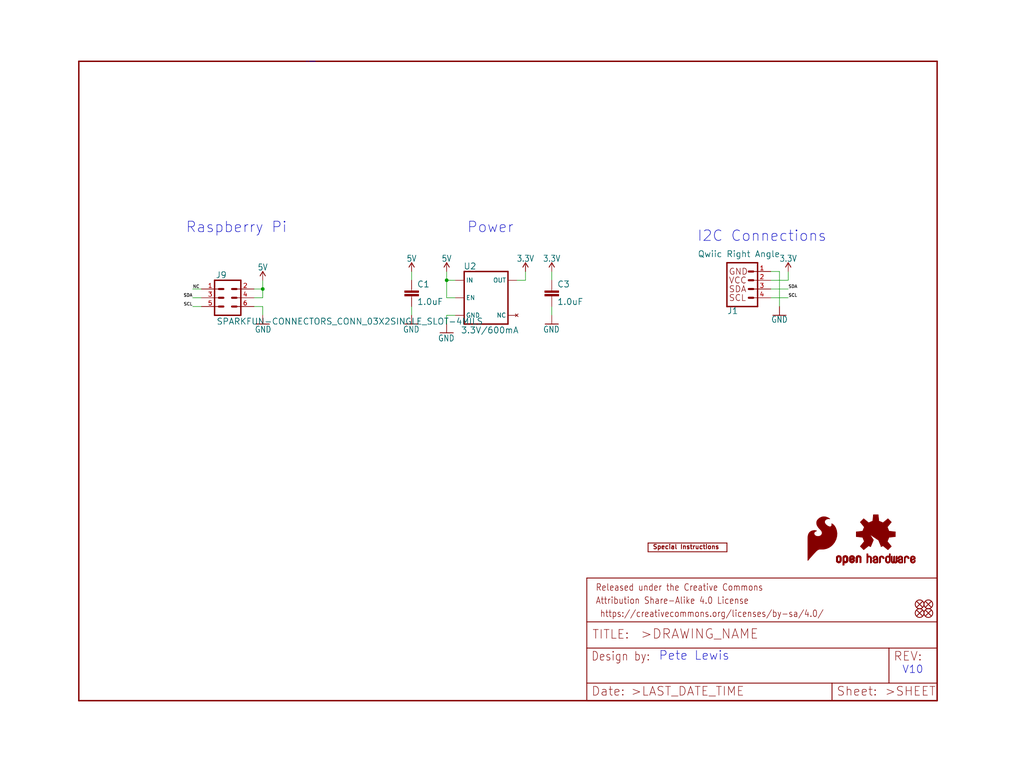
<source format=kicad_sch>
(kicad_sch (version 20211123) (generator eeschema)
  (paper "User" 297.002 223.926)
  (lib_symbols
    (symbol "eagleSchem-eagle-import:1.0UF-0603-16V-10%"
      (property "Reference" "C" (at 1.524 2.921 0))
      (property "Value" "1.0UF-0603-16V-10%" (at 1.524 -2.159 0))
      (symbol "1.0UF-0603-16V-10%_1_0"
        (pin passive line (at 0 5.08 270) (length 2.54) (name "1") (number "1"))
        (pin passive line (at 0 -2.54 90) (length 2.54) (name "2") (number "2"))
      )
    )
    (symbol "eagleSchem-eagle-import:3.3V" (power)
      (property "Value" "3.3V" (at 0 2.794 0))
      (symbol "3.3V_1_0"
        (pin power_in line (at 0 0 90) (length 2.54) (name "3.3V") (number "1"))
      )
    )
    (symbol "eagleSchem-eagle-import:5V" (power)
      (property "Value" "5V" (at 0 2.794 0))
      (symbol "5V_1_0"
        (pin power_in line (at 0 0 90) (length 2.54) (name "5V") (number "1"))
      )
    )
    (symbol "eagleSchem-eagle-import:FIDUCIALUFIDUCIAL")
    (symbol "eagleSchem-eagle-import:FRAME-LETTER"
      (symbol "FRAME-LETTER_2_0"
        (text " https://creativecommons.org/licenses/by-sa/4.0/" (at 2.54 24.13 0) (effects (font (size 1.9304 1.6408)) (justify left bottom)))
        (text ">DRAWING_NAME" (at 15.494 17.78 0) (effects (font (size 2.7432 2.7432)) (justify left bottom)))
        (text ">LAST_DATE_TIME" (at 12.7 1.27 0) (effects (font (size 2.54 2.54)) (justify left bottom)))
        (text ">SHEET" (at 86.36 1.27 0) (effects (font (size 2.54 2.54)) (justify left bottom)))
        (text "Attribution Share-Alike 4.0 License" (at 2.54 27.94 0) (effects (font (size 1.9304 1.6408)) (justify left bottom)))
        (text "Date:" (at 1.27 1.27 0) (effects (font (size 2.54 2.54)) (justify left bottom)))
        (text "Design by:" (at 1.27 11.43 0) (effects (font (size 2.54 2.159)) (justify left bottom)))
        (text "Released under the Creative Commons" (at 2.54 31.75 0) (effects (font (size 1.9304 1.6408)) (justify left bottom)))
        (text "REV:" (at 88.9 11.43 0) (effects (font (size 2.54 2.54)) (justify left bottom)))
        (text "Sheet:" (at 72.39 1.27 0) (effects (font (size 2.54 2.54)) (justify left bottom)))
        (text "TITLE:" (at 1.524 17.78 0) (effects (font (size 2.54 2.54)) (justify left bottom)))
      )
    )
    (symbol "eagleSchem-eagle-import:GND" (power)
      (property "Value" "GND" (at 0 -0.254 0))
      (symbol "GND_1_0"
        (pin power_in line (at 0 2.54 270) (length 2.54) (name "GND") (number "1"))
      )
    )
    (symbol "eagleSchem-eagle-import:I2C_STANDARDQWIIC"
      (property "Reference" "J" (at -5.08 7.874 0))
      (property "Value" "I2C_STANDARDQWIIC" (at -5.08 -5.334 0))
      (symbol "I2C_STANDARDQWIIC_1_0"
        (text "GND" (at -4.572 -2.54 0) (effects (font (size 1.778 1.778)) (justify left)))
        (text "SCL" (at -4.572 5.08 0) (effects (font (size 1.778 1.778)) (justify left)))
        (text "SDA" (at -4.572 2.54 0) (effects (font (size 1.778 1.778)) (justify left)))
        (text "VCC" (at -4.572 0 0) (effects (font (size 1.778 1.778)) (justify left)))
        (pin power_in line (at 7.62 -2.54 180) (length 5.08) (name "1") (number "1"))
        (pin power_in line (at 7.62 0 180) (length 5.08) (name "2") (number "2"))
        (pin passive line (at 7.62 2.54 180) (length 5.08) (name "3") (number "3"))
        (pin passive line (at 7.62 5.08 180) (length 5.08) (name "4") (number "4"))
      )
    )
    (symbol "eagleSchem-eagle-import:OSHW-LOGOMINI")
    (symbol "eagleSchem-eagle-import:SFE_LOGO_FLAME.1_INCH")
    (symbol "eagleSchem-eagle-import:SPARKFUN-CONNECTORS_CONN_03X2SINGLE_SLOT-4MILS"
      (property "Reference" "J" (at -3.556 5.588 0))
      (property "Value" "SPARKFUN-CONNECTORS_CONN_03X2SINGLE_SLOT-4MILS" (at -3.302 -5.842 0))
      (symbol "SPARKFUN-CONNECTORS_CONN_03X2SINGLE_SLOT-4MILS_1_0"
        (pin bidirectional line (at -7.62 2.54 0) (length 5.08) (name "1") (number "1"))
        (pin bidirectional line (at 7.62 2.54 180) (length 5.08) (name "2") (number "2"))
        (pin bidirectional line (at -7.62 0 0) (length 5.08) (name "3") (number "3"))
        (pin bidirectional line (at 7.62 0 180) (length 5.08) (name "4") (number "4"))
        (pin bidirectional line (at -7.62 -2.54 0) (length 5.08) (name "5") (number "5"))
        (pin bidirectional line (at 7.62 -2.54 180) (length 5.08) (name "6") (number "6"))
      )
    )
    (symbol "eagleSchem-eagle-import:SPECIAL_INSTRUCTIONS-ORDERING"
      (symbol "SPECIAL_INSTRUCTIONS-ORDERING_1_0"
        (text "Special Instructions" (at 1.27 0.6985 0) (effects (font (size 1.27 1.27) (thickness 0.254) bold) (justify left bottom)))
      )
    )
    (symbol "eagleSchem-eagle-import:V_REG_AP2112K-3.3V"
      (property "Reference" "U" (at -7.62 7.874 0))
      (property "Value" "V_REG_AP2112K-3.3V" (at -7.62 -7.874 0))
      (symbol "V_REG_AP2112K-3.3V_1_0"
        (pin input line (at -10.16 5.08 0) (length 2.54) (name "IN") (number "1"))
        (pin input line (at -10.16 -5.08 0) (length 2.54) (name "GND") (number "2"))
        (pin input line (at -10.16 0 0) (length 2.54) (name "EN") (number "3"))
        (pin no_connect line (at 7.62 -5.08 180) (length 2.54) (name "NC") (number "4"))
        (pin passive line (at 7.62 5.08 180) (length 2.54) (name "OUT") (number "5"))
      )
    )
  )
  (junction (at 76.2 83.82))
  (junction (at 129.54 81.28))
  (wire (pts (xy 223.52 86.36) (xy 228.6 86.36)))
  (wire (pts (xy 223.52 81.28) (xy 228.6 81.28)))
  (wire (pts (xy 132.08 86.36) (xy 129.54 86.36)))
  (wire (pts (xy 132.08 91.44) (xy 129.54 91.44)))
  (wire (pts (xy 132.08 81.28) (xy 129.54 81.28)))
  (wire (pts (xy 129.54 91.44) (xy 129.54 93.98)))
  (wire (pts (xy 160.02 81.28) (xy 160.02 78.74)))
  (wire (pts (xy 152.4 81.28) (xy 152.4 78.74)))
  (wire (pts (xy 119.38 91.44) (xy 119.38 88.9)))
  (wire (pts (xy 223.52 83.82) (xy 228.6 83.82)))
  (wire (pts (xy 58.42 88.9) (xy 55.88 88.9)))
  (polyline (pts (xy 91.44 17.78) (xy 88.9 17.78)))
  (wire (pts (xy 119.38 81.28) (xy 119.38 78.74)))
  (wire (pts (xy 223.52 78.74) (xy 226.06 78.74)))
  (wire (pts (xy 58.42 86.36) (xy 55.88 86.36)))
  (wire (pts (xy 160.02 88.9) (xy 160.02 91.44)))
  (wire (pts (xy 129.54 81.28) (xy 129.54 78.74)))
  (wire (pts (xy 58.42 83.82) (xy 55.88 83.82)))
  (wire (pts (xy 76.2 88.9) (xy 76.2 91.44)))
  (wire (pts (xy 76.2 86.36) (xy 76.2 83.82)))
  (wire (pts (xy 129.54 86.36) (xy 129.54 81.28)))
  (wire (pts (xy 73.66 83.82) (xy 76.2 83.82)))
  (wire (pts (xy 76.2 83.82) (xy 76.2 81.28)))
  (wire (pts (xy 226.06 78.74) (xy 226.06 88.9)))
  (wire (pts (xy 73.66 88.9) (xy 76.2 88.9)))
  (wire (pts (xy 73.66 86.36) (xy 76.2 86.36)))
  (wire (pts (xy 228.6 81.28) (xy 228.6 78.74)))
  (wire (pts (xy 149.86 81.28) (xy 152.4 81.28)))
  (text "Power" (at 142.24 66.04 180) (effects (font (size 3.048 3.048))))
  (text "I2C Connections" (at 220.98 68.58 180) (effects (font (size 3.048 3.048))))
  (text "Raspberry Pi" (at 68.58 66.04 180) (effects (font (size 3.048 3.048))))
  (text "Pete Lewis" (at 191.008 191.77 180) (effects (font (size 2.54 2.54)) (justify left bottom)))
  (text "V10" (at 261.62 195.58 180) (effects (font (size 2.1844 2.1844)) (justify left bottom)))
  (label "SDA" (at 228.6 83.82 0) (effects (font (size 0.889 0.889))))
  (label "NC" (at 55.88 83.82 0) (effects (font (size 0.889 0.889))))
  (label "SCL" (at 228.6 86.36 0) (effects (font (size 0.889 0.889))))
  (label "SDA" (at 55.88 86.36 180) (effects (font (size 0.889 0.889))))
  (label "SCL" (at 55.88 88.9 180) (effects (font (size 0.889 0.889))))
  (symbol (lib_id "eagleSchem-eagle-import:FIDUCIALUFIDUCIAL") (at 269.24 175.26 0) (unit 1)
    (property "Reference" "FD3" (effects hide))
    (property "Value" "FIDUCIALUFIDUCIAL" (effects hide))
    (property "Footprint" "eagleSchem:FIDUCIAL-MICRO" (effects hide))
  )
  (symbol (lib_id "eagleSchem-eagle-import:FRAME-LETTER") (at 22.86 203.2 0) (unit 1)
    (property "Reference" "FRAME1" (effects hide))
    (property "Value" "FRAME-LETTER" (effects hide))
    (property "Footprint" "eagleSchem:CREATIVE_COMMONS" (effects hide))
  )
  (symbol (lib_id "eagleSchem-eagle-import:OSHW-LOGOMINI") (at 254 154.94 0) (unit 1)
    (property "Reference" "LOGO1" (effects hide))
    (property "Value" "OSHW-LOGOMINI" (effects hide))
    (property "Footprint" "eagleSchem:OSHW-LOGO-MINI" (effects hide))
  )
  (symbol (lib_id "eagleSchem-eagle-import:FRAME-LETTER") (at 170.18 203.2 0) (unit 2)
    (property "Reference" "FRAME1" (effects hide))
    (property "Value" "FRAME-LETTER" (effects hide))
    (property "Footprint" "eagleSchem:CREATIVE_COMMONS" (effects hide))
  )
  (symbol (lib_id "eagleSchem-eagle-import:SPARKFUN-CONNECTORS_CONN_03X2SINGLE_SLOT-4MILS") (at 66.04 86.36 0) (unit 1)
    (property "Reference" "J9" (at 62.484 80.772 0) (effects (font (size 1.778 1.778)) (justify left bottom)))
    (property "Value" "SPARKFUN-CONNECTORS_CONN_03X2SINGLE_SLOT-4MILS" (at 62.738 92.202 0) (effects (font (size 1.778 1.778)) (justify left top)))
    (property "Footprint" "eagleSchem:SPARKFUN-CONNECTORS_2X3-NS_PISHIM_LOCKING_SLOTS-4MILS" (effects hide))
  )
  (symbol (lib_id "eagleSchem-eagle-import:I2C_STANDARDQWIIC") (at 215.9 81.28 0) (mirror x) (unit 1)
    (property "Reference" "J1" (at 210.82 89.154 0) (effects (font (size 1.778 1.778)) (justify left bottom)))
    (property "Value" "Qwiic Right Angle" (at 226.314 72.644 0) (effects (font (size 1.778 1.778)) (justify right bottom)))
    (property "Footprint" "eagleSchem:1X04_1MM_RA" (effects hide))
  )
  (symbol (lib_id "eagleSchem-eagle-import:5V") (at 129.54 78.74 0) (unit 1)
    (property "Reference" "#SUPPLY1" (effects hide))
    (property "Value" "5V" (at 129.54 75.946 0) (effects (font (size 1.778 1.5113)) (justify bottom)))
    (property "Footprint" "eagleSchem:" (effects hide))
  )
  (symbol (lib_id "eagleSchem-eagle-import:V_REG_AP2112K-3.3V") (at 142.24 86.36 0) (unit 1)
    (property "Reference" "U2" (at 134.366 78.232 0) (effects (font (size 1.778 1.778)) (justify left bottom)))
    (property "Value" "3.3V/600mA" (at 133.604 96.774 0) (effects (font (size 1.778 1.778)) (justify left bottom)))
    (property "Footprint" "eagleSchem:SOT23-5" (effects hide))
  )
  (symbol (lib_id "eagleSchem-eagle-import:3.3V") (at 152.4 78.74 0) (unit 1)
    (property "Reference" "#SUPPLY2" (effects hide))
    (property "Value" "3.3V" (at 152.4 75.946 0) (effects (font (size 1.778 1.5113)) (justify bottom)))
    (property "Footprint" "eagleSchem:" (effects hide))
  )
  (symbol (lib_id "eagleSchem-eagle-import:GND") (at 76.2 93.98 0) (mirror y) (unit 1)
    (property "Reference" "#GND1" (effects hide))
    (property "Value" "GND" (at 78.74 96.52 0) (effects (font (size 1.778 1.5113)) (justify left bottom)))
    (property "Footprint" "eagleSchem:" (effects hide))
  )
  (symbol (lib_id "eagleSchem-eagle-import:3.3V") (at 228.6 78.74 0) (unit 1)
    (property "Reference" "#SUPPLY5" (effects hide))
    (property "Value" "3.3V" (at 228.6 75.946 0) (effects (font (size 1.778 1.5113)) (justify bottom)))
    (property "Footprint" "eagleSchem:" (effects hide))
  )
  (symbol (lib_id "eagleSchem-eagle-import:GND") (at 160.02 93.98 0) (unit 1)
    (property "Reference" "#GND5" (effects hide))
    (property "Value" "GND" (at 157.48 96.52 0) (effects (font (size 1.778 1.5113)) (justify left bottom)))
    (property "Footprint" "eagleSchem:" (effects hide))
  )
  (symbol (lib_id "eagleSchem-eagle-import:SFE_LOGO_FLAME.1_INCH") (at 233.934 163.068 0) (unit 1)
    (property "Reference" "U$1" (effects hide))
    (property "Value" "SFE_LOGO_FLAME.1_INCH" (effects hide))
    (property "Footprint" "eagleSchem:SFE_LOGO_FLAME_.1" (effects hide))
  )
  (symbol (lib_id "eagleSchem-eagle-import:GND") (at 226.06 91.44 0) (unit 1)
    (property "Reference" "#GND2" (effects hide))
    (property "Value" "GND" (at 226.06 91.694 0) (effects (font (size 1.778 1.5113)) (justify top)))
    (property "Footprint" "eagleSchem:" (effects hide))
  )
  (symbol (lib_id "eagleSchem-eagle-import:FIDUCIALUFIDUCIAL") (at 266.7 175.26 0) (unit 1)
    (property "Reference" "FD1" (effects hide))
    (property "Value" "FIDUCIALUFIDUCIAL" (effects hide))
    (property "Footprint" "eagleSchem:FIDUCIAL-MICRO" (effects hide))
  )
  (symbol (lib_id "eagleSchem-eagle-import:SPECIAL_INSTRUCTIONS-ORDERING") (at 187.96 160.02 0) (unit 1)
    (property "Reference" "U$4" (effects hide))
    (property "Value" "SPECIAL_INSTRUCTIONS-ORDERING" (effects hide))
    (property "Footprint" "eagleSchem:ORDERING_INSTRUCTIONS" (effects hide))
  )
  (symbol (lib_id "eagleSchem-eagle-import:3.3V") (at 160.02 78.74 0) (unit 1)
    (property "Reference" "#SUPPLY3" (effects hide))
    (property "Value" "3.3V" (at 160.02 75.946 0) (effects (font (size 1.778 1.5113)) (justify bottom)))
    (property "Footprint" "eagleSchem:" (effects hide))
  )
  (symbol (lib_id "eagleSchem-eagle-import:1.0UF-0603-16V-10%") (at 160.02 86.36 0) (unit 1)
    (property "Reference" "C3" (at 161.544 83.439 0) (effects (font (size 1.778 1.778)) (justify left bottom)))
    (property "Value" "1.0uF" (at 161.544 88.519 0) (effects (font (size 1.778 1.778)) (justify left bottom)))
    (property "Footprint" "eagleSchem:0603" (effects hide))
  )
  (symbol (lib_id "eagleSchem-eagle-import:5V") (at 119.38 78.74 0) (unit 1)
    (property "Reference" "#SUPPLY4" (effects hide))
    (property "Value" "5V" (at 119.38 75.946 0) (effects (font (size 1.778 1.5113)) (justify bottom)))
    (property "Footprint" "eagleSchem:" (effects hide))
  )
  (symbol (lib_id "eagleSchem-eagle-import:1.0UF-0603-16V-10%") (at 119.38 86.36 0) (unit 1)
    (property "Reference" "C1" (at 120.904 83.439 0) (effects (font (size 1.778 1.778)) (justify left bottom)))
    (property "Value" "1.0uF" (at 120.904 88.519 0) (effects (font (size 1.778 1.778)) (justify left bottom)))
    (property "Footprint" "eagleSchem:0603" (effects hide))
  )
  (symbol (lib_id "eagleSchem-eagle-import:5V") (at 76.2 81.28 0) (mirror y) (unit 1)
    (property "Reference" "#SUPPLY6" (effects hide))
    (property "Value" "5V" (at 76.2 78.486 0) (effects (font (size 1.778 1.5113)) (justify bottom)))
    (property "Footprint" "eagleSchem:" (effects hide))
  )
  (symbol (lib_id "eagleSchem-eagle-import:FIDUCIALUFIDUCIAL") (at 269.24 177.8 0) (unit 1)
    (property "Reference" "FD4" (effects hide))
    (property "Value" "FIDUCIALUFIDUCIAL" (effects hide))
    (property "Footprint" "eagleSchem:FIDUCIAL-MICRO" (effects hide))
  )
  (symbol (lib_id "eagleSchem-eagle-import:GND") (at 119.38 93.98 0) (unit 1)
    (property "Reference" "#GND3" (effects hide))
    (property "Value" "GND" (at 116.84 96.52 0) (effects (font (size 1.778 1.5113)) (justify left bottom)))
    (property "Footprint" "eagleSchem:" (effects hide))
  )
  (symbol (lib_id "eagleSchem-eagle-import:GND") (at 129.54 96.52 0) (unit 1)
    (property "Reference" "#GND4" (effects hide))
    (property "Value" "GND" (at 127 99.06 0) (effects (font (size 1.778 1.5113)) (justify left bottom)))
    (property "Footprint" "eagleSchem:" (effects hide))
  )
  (symbol (lib_id "eagleSchem-eagle-import:FIDUCIALUFIDUCIAL") (at 266.7 177.8 0) (unit 1)
    (property "Reference" "FD2" (effects hide))
    (property "Value" "FIDUCIALUFIDUCIAL" (effects hide))
    (property "Footprint" "eagleSchem:FIDUCIAL-MICRO" (effects hide))
  )
)
</source>
